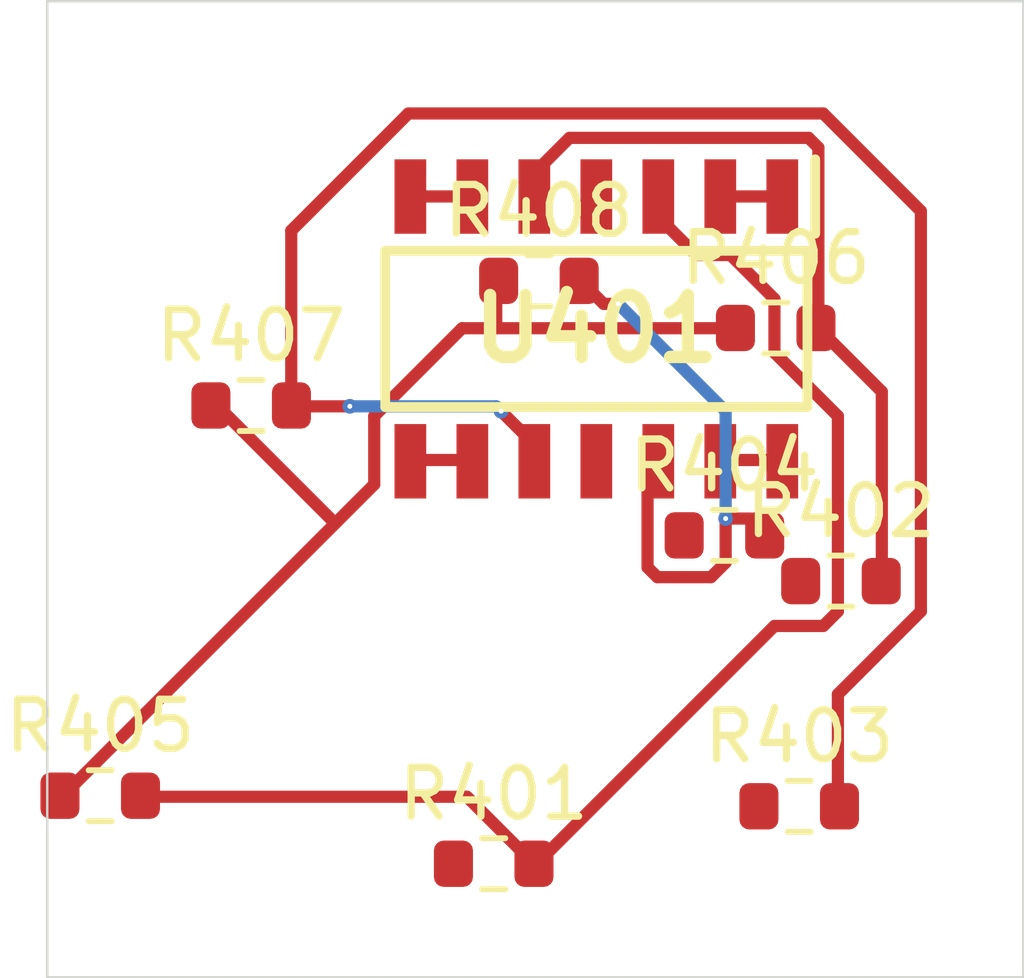
<source format=kicad_pcb>
 ( kicad_pcb  ( version 20171130 )
 ( host pcbnew 5.1.12-84ad8e8a86~92~ubuntu18.04.1 )
 ( general  ( thickness 1.6 )
 ( drawings 4 )
 ( tracks 0 )
 ( zones 0 )
 ( modules 9 )
 ( nets 14 )
)
 ( page A4 )
 ( layers  ( 0 F.Cu signal )
 ( 31 B.Cu signal )
 ( 32 B.Adhes user )
 ( 33 F.Adhes user )
 ( 34 B.Paste user )
 ( 35 F.Paste user )
 ( 36 B.SilkS user )
 ( 37 F.SilkS user )
 ( 38 B.Mask user )
 ( 39 F.Mask user )
 ( 40 Dwgs.User user )
 ( 41 Cmts.User user )
 ( 42 Eco1.User user )
 ( 43 Eco2.User user )
 ( 44 Edge.Cuts user )
 ( 45 Margin user )
 ( 46 B.CrtYd user )
 ( 47 F.CrtYd user )
 ( 48 B.Fab user )
 ( 49 F.Fab user )
)
 ( setup  ( last_trace_width 0.25 )
 ( trace_clearance 0.2 )
 ( zone_clearance 0.508 )
 ( zone_45_only no )
 ( trace_min 0.2 )
 ( via_size 0.8 )
 ( via_drill 0.4 )
 ( via_min_size 0.4 )
 ( via_min_drill 0.3 )
 ( uvia_size 0.3 )
 ( uvia_drill 0.1 )
 ( uvias_allowed no )
 ( uvia_min_size 0.2 )
 ( uvia_min_drill 0.1 )
 ( edge_width 0.05 )
 ( segment_width 0.2 )
 ( pcb_text_width 0.3 )
 ( pcb_text_size 1.5 1.5 )
 ( mod_edge_width 0.12 )
 ( mod_text_size 1 1 )
 ( mod_text_width 0.15 )
 ( pad_size 1.524 1.524 )
 ( pad_drill 0.762 )
 ( pad_to_mask_clearance 0 )
 ( aux_axis_origin 0 0 )
 ( visible_elements FFFFFF7F )
 ( pcbplotparams  ( layerselection 0x010fc_ffffffff )
 ( usegerberextensions false )
 ( usegerberattributes true )
 ( usegerberadvancedattributes true )
 ( creategerberjobfile true )
 ( excludeedgelayer true )
 ( linewidth 0.100000 )
 ( plotframeref false )
 ( viasonmask false )
 ( mode 1 )
 ( useauxorigin false )
 ( hpglpennumber 1 )
 ( hpglpenspeed 20 )
 ( hpglpendiameter 15.000000 )
 ( psnegative false )
 ( psa4output false )
 ( plotreference true )
 ( plotvalue true )
 ( plotinvisibletext false )
 ( padsonsilk false )
 ( subtractmaskfromsilk false )
 ( outputformat 1 )
 ( mirror false )
 ( drillshape 1 )
 ( scaleselection 1 )
 ( outputdirectory "" )
)
)
 ( net 0 "" )
 ( net 1 /Sheet6235D886/vp )
 ( net 2 /Sheet6248AD22/chn0 )
 ( net 3 /Sheet6248AD22/chn1 )
 ( net 4 /Sheet6248AD22/chn2 )
 ( net 5 /Sheet6248AD22/chn3 )
 ( net 6 "Net-(R401-Pad2)" )
 ( net 7 "Net-(R402-Pad2)" )
 ( net 8 "Net-(R403-Pad2)" )
 ( net 9 "Net-(R404-Pad2)" )
 ( net 10 /Sheet6248AD22/chn0_n )
 ( net 11 /Sheet6248AD22/chn1_n )
 ( net 12 /Sheet6248AD22/chn2_n )
 ( net 13 /Sheet6248AD22/chn3_n )
 ( net_class Default "This is the default net class."  ( clearance 0.2 )
 ( trace_width 0.25 )
 ( via_dia 0.8 )
 ( via_drill 0.4 )
 ( uvia_dia 0.3 )
 ( uvia_drill 0.1 )
 ( add_net /Sheet6235D886/vp )
 ( add_net /Sheet6248AD22/chn0 )
 ( add_net /Sheet6248AD22/chn0_n )
 ( add_net /Sheet6248AD22/chn1 )
 ( add_net /Sheet6248AD22/chn1_n )
 ( add_net /Sheet6248AD22/chn2 )
 ( add_net /Sheet6248AD22/chn2_n )
 ( add_net /Sheet6248AD22/chn3 )
 ( add_net /Sheet6248AD22/chn3_n )
 ( add_net "Net-(R401-Pad2)" )
 ( add_net "Net-(R402-Pad2)" )
 ( add_net "Net-(R403-Pad2)" )
 ( add_net "Net-(R404-Pad2)" )
)
 ( module Resistor_SMD:R_0603_1608Metric  ( layer F.Cu )
 ( tedit 5F68FEEE )
 ( tstamp 623425C8 )
 ( at 89.148000 117.672000 )
 ( descr "Resistor SMD 0603 (1608 Metric), square (rectangular) end terminal, IPC_7351 nominal, (Body size source: IPC-SM-782 page 72, https://www.pcb-3d.com/wordpress/wp-content/uploads/ipc-sm-782a_amendment_1_and_2.pdf), generated with kicad-footprint-generator" )
 ( tags resistor )
 ( path /6248AD23/6249ADFD )
 ( attr smd )
 ( fp_text reference R401  ( at 0 -1.43 )
 ( layer F.SilkS )
 ( effects  ( font  ( size 1 1 )
 ( thickness 0.15 )
)
)
)
 ( fp_text value 10M  ( at 0 1.43 )
 ( layer F.Fab )
 ( effects  ( font  ( size 1 1 )
 ( thickness 0.15 )
)
)
)
 ( fp_line  ( start -0.8 0.4125 )
 ( end -0.8 -0.4125 )
 ( layer F.Fab )
 ( width 0.1 )
)
 ( fp_line  ( start -0.8 -0.4125 )
 ( end 0.8 -0.4125 )
 ( layer F.Fab )
 ( width 0.1 )
)
 ( fp_line  ( start 0.8 -0.4125 )
 ( end 0.8 0.4125 )
 ( layer F.Fab )
 ( width 0.1 )
)
 ( fp_line  ( start 0.8 0.4125 )
 ( end -0.8 0.4125 )
 ( layer F.Fab )
 ( width 0.1 )
)
 ( fp_line  ( start -0.237258 -0.5225 )
 ( end 0.237258 -0.5225 )
 ( layer F.SilkS )
 ( width 0.12 )
)
 ( fp_line  ( start -0.237258 0.5225 )
 ( end 0.237258 0.5225 )
 ( layer F.SilkS )
 ( width 0.12 )
)
 ( fp_line  ( start -1.48 0.73 )
 ( end -1.48 -0.73 )
 ( layer F.CrtYd )
 ( width 0.05 )
)
 ( fp_line  ( start -1.48 -0.73 )
 ( end 1.48 -0.73 )
 ( layer F.CrtYd )
 ( width 0.05 )
)
 ( fp_line  ( start 1.48 -0.73 )
 ( end 1.48 0.73 )
 ( layer F.CrtYd )
 ( width 0.05 )
)
 ( fp_line  ( start 1.48 0.73 )
 ( end -1.48 0.73 )
 ( layer F.CrtYd )
 ( width 0.05 )
)
 ( fp_text user %R  ( at 0 0 )
 ( layer F.Fab )
 ( effects  ( font  ( size 0.4 0.4 )
 ( thickness 0.06 )
)
)
)
 ( pad 2 smd roundrect  ( at 0.825 0 )
 ( size 0.8 0.95 )
 ( layers F.Cu F.Mask F.Paste )
 ( roundrect_rratio 0.25 )
 ( net 6 "Net-(R401-Pad2)" )
)
 ( pad 1 smd roundrect  ( at -0.825 0 )
 ( size 0.8 0.95 )
 ( layers F.Cu F.Mask F.Paste )
 ( roundrect_rratio 0.25 )
 ( net 10 /Sheet6248AD22/chn0_n )
)
 ( model ${KISYS3DMOD}/Resistor_SMD.3dshapes/R_0603_1608Metric.wrl  ( at  ( xyz 0 0 0 )
)
 ( scale  ( xyz 1 1 1 )
)
 ( rotate  ( xyz 0 0 0 )
)
)
)
 ( module Resistor_SMD:R_0603_1608Metric  ( layer F.Cu )
 ( tedit 5F68FEEE )
 ( tstamp 623425D9 )
 ( at 96.262600 111.881000 )
 ( descr "Resistor SMD 0603 (1608 Metric), square (rectangular) end terminal, IPC_7351 nominal, (Body size source: IPC-SM-782 page 72, https://www.pcb-3d.com/wordpress/wp-content/uploads/ipc-sm-782a_amendment_1_and_2.pdf), generated with kicad-footprint-generator" )
 ( tags resistor )
 ( path /6248AD23/6249B75E )
 ( attr smd )
 ( fp_text reference R402  ( at 0 -1.43 )
 ( layer F.SilkS )
 ( effects  ( font  ( size 1 1 )
 ( thickness 0.15 )
)
)
)
 ( fp_text value 10M  ( at 0 1.43 )
 ( layer F.Fab )
 ( effects  ( font  ( size 1 1 )
 ( thickness 0.15 )
)
)
)
 ( fp_line  ( start 1.48 0.73 )
 ( end -1.48 0.73 )
 ( layer F.CrtYd )
 ( width 0.05 )
)
 ( fp_line  ( start 1.48 -0.73 )
 ( end 1.48 0.73 )
 ( layer F.CrtYd )
 ( width 0.05 )
)
 ( fp_line  ( start -1.48 -0.73 )
 ( end 1.48 -0.73 )
 ( layer F.CrtYd )
 ( width 0.05 )
)
 ( fp_line  ( start -1.48 0.73 )
 ( end -1.48 -0.73 )
 ( layer F.CrtYd )
 ( width 0.05 )
)
 ( fp_line  ( start -0.237258 0.5225 )
 ( end 0.237258 0.5225 )
 ( layer F.SilkS )
 ( width 0.12 )
)
 ( fp_line  ( start -0.237258 -0.5225 )
 ( end 0.237258 -0.5225 )
 ( layer F.SilkS )
 ( width 0.12 )
)
 ( fp_line  ( start 0.8 0.4125 )
 ( end -0.8 0.4125 )
 ( layer F.Fab )
 ( width 0.1 )
)
 ( fp_line  ( start 0.8 -0.4125 )
 ( end 0.8 0.4125 )
 ( layer F.Fab )
 ( width 0.1 )
)
 ( fp_line  ( start -0.8 -0.4125 )
 ( end 0.8 -0.4125 )
 ( layer F.Fab )
 ( width 0.1 )
)
 ( fp_line  ( start -0.8 0.4125 )
 ( end -0.8 -0.4125 )
 ( layer F.Fab )
 ( width 0.1 )
)
 ( fp_text user %R  ( at 0 0 )
 ( layer F.Fab )
 ( effects  ( font  ( size 0.4 0.4 )
 ( thickness 0.06 )
)
)
)
 ( pad 1 smd roundrect  ( at -0.825 0 )
 ( size 0.8 0.95 )
 ( layers F.Cu F.Mask F.Paste )
 ( roundrect_rratio 0.25 )
 ( net 11 /Sheet6248AD22/chn1_n )
)
 ( pad 2 smd roundrect  ( at 0.825 0 )
 ( size 0.8 0.95 )
 ( layers F.Cu F.Mask F.Paste )
 ( roundrect_rratio 0.25 )
 ( net 7 "Net-(R402-Pad2)" )
)
 ( model ${KISYS3DMOD}/Resistor_SMD.3dshapes/R_0603_1608Metric.wrl  ( at  ( xyz 0 0 0 )
)
 ( scale  ( xyz 1 1 1 )
)
 ( rotate  ( xyz 0 0 0 )
)
)
)
 ( module Resistor_SMD:R_0603_1608Metric  ( layer F.Cu )
 ( tedit 5F68FEEE )
 ( tstamp 623425EA )
 ( at 95.407200 116.495000 )
 ( descr "Resistor SMD 0603 (1608 Metric), square (rectangular) end terminal, IPC_7351 nominal, (Body size source: IPC-SM-782 page 72, https://www.pcb-3d.com/wordpress/wp-content/uploads/ipc-sm-782a_amendment_1_and_2.pdf), generated with kicad-footprint-generator" )
 ( tags resistor )
 ( path /6248AD23/6249FB7A )
 ( attr smd )
 ( fp_text reference R403  ( at 0 -1.43 )
 ( layer F.SilkS )
 ( effects  ( font  ( size 1 1 )
 ( thickness 0.15 )
)
)
)
 ( fp_text value 10M  ( at 0 1.43 )
 ( layer F.Fab )
 ( effects  ( font  ( size 1 1 )
 ( thickness 0.15 )
)
)
)
 ( fp_line  ( start 1.48 0.73 )
 ( end -1.48 0.73 )
 ( layer F.CrtYd )
 ( width 0.05 )
)
 ( fp_line  ( start 1.48 -0.73 )
 ( end 1.48 0.73 )
 ( layer F.CrtYd )
 ( width 0.05 )
)
 ( fp_line  ( start -1.48 -0.73 )
 ( end 1.48 -0.73 )
 ( layer F.CrtYd )
 ( width 0.05 )
)
 ( fp_line  ( start -1.48 0.73 )
 ( end -1.48 -0.73 )
 ( layer F.CrtYd )
 ( width 0.05 )
)
 ( fp_line  ( start -0.237258 0.5225 )
 ( end 0.237258 0.5225 )
 ( layer F.SilkS )
 ( width 0.12 )
)
 ( fp_line  ( start -0.237258 -0.5225 )
 ( end 0.237258 -0.5225 )
 ( layer F.SilkS )
 ( width 0.12 )
)
 ( fp_line  ( start 0.8 0.4125 )
 ( end -0.8 0.4125 )
 ( layer F.Fab )
 ( width 0.1 )
)
 ( fp_line  ( start 0.8 -0.4125 )
 ( end 0.8 0.4125 )
 ( layer F.Fab )
 ( width 0.1 )
)
 ( fp_line  ( start -0.8 -0.4125 )
 ( end 0.8 -0.4125 )
 ( layer F.Fab )
 ( width 0.1 )
)
 ( fp_line  ( start -0.8 0.4125 )
 ( end -0.8 -0.4125 )
 ( layer F.Fab )
 ( width 0.1 )
)
 ( fp_text user %R  ( at 0 0 )
 ( layer F.Fab )
 ( effects  ( font  ( size 0.4 0.4 )
 ( thickness 0.06 )
)
)
)
 ( pad 1 smd roundrect  ( at -0.825 0 )
 ( size 0.8 0.95 )
 ( layers F.Cu F.Mask F.Paste )
 ( roundrect_rratio 0.25 )
 ( net 12 /Sheet6248AD22/chn2_n )
)
 ( pad 2 smd roundrect  ( at 0.825 0 )
 ( size 0.8 0.95 )
 ( layers F.Cu F.Mask F.Paste )
 ( roundrect_rratio 0.25 )
 ( net 8 "Net-(R403-Pad2)" )
)
 ( model ${KISYS3DMOD}/Resistor_SMD.3dshapes/R_0603_1608Metric.wrl  ( at  ( xyz 0 0 0 )
)
 ( scale  ( xyz 1 1 1 )
)
 ( rotate  ( xyz 0 0 0 )
)
)
)
 ( module Resistor_SMD:R_0603_1608Metric  ( layer F.Cu )
 ( tedit 5F68FEEE )
 ( tstamp 623425FB )
 ( at 93.875200 110.944000 )
 ( descr "Resistor SMD 0603 (1608 Metric), square (rectangular) end terminal, IPC_7351 nominal, (Body size source: IPC-SM-782 page 72, https://www.pcb-3d.com/wordpress/wp-content/uploads/ipc-sm-782a_amendment_1_and_2.pdf), generated with kicad-footprint-generator" )
 ( tags resistor )
 ( path /6248AD23/6249FB74 )
 ( attr smd )
 ( fp_text reference R404  ( at 0 -1.43 )
 ( layer F.SilkS )
 ( effects  ( font  ( size 1 1 )
 ( thickness 0.15 )
)
)
)
 ( fp_text value 10M  ( at 0 1.43 )
 ( layer F.Fab )
 ( effects  ( font  ( size 1 1 )
 ( thickness 0.15 )
)
)
)
 ( fp_line  ( start -0.8 0.4125 )
 ( end -0.8 -0.4125 )
 ( layer F.Fab )
 ( width 0.1 )
)
 ( fp_line  ( start -0.8 -0.4125 )
 ( end 0.8 -0.4125 )
 ( layer F.Fab )
 ( width 0.1 )
)
 ( fp_line  ( start 0.8 -0.4125 )
 ( end 0.8 0.4125 )
 ( layer F.Fab )
 ( width 0.1 )
)
 ( fp_line  ( start 0.8 0.4125 )
 ( end -0.8 0.4125 )
 ( layer F.Fab )
 ( width 0.1 )
)
 ( fp_line  ( start -0.237258 -0.5225 )
 ( end 0.237258 -0.5225 )
 ( layer F.SilkS )
 ( width 0.12 )
)
 ( fp_line  ( start -0.237258 0.5225 )
 ( end 0.237258 0.5225 )
 ( layer F.SilkS )
 ( width 0.12 )
)
 ( fp_line  ( start -1.48 0.73 )
 ( end -1.48 -0.73 )
 ( layer F.CrtYd )
 ( width 0.05 )
)
 ( fp_line  ( start -1.48 -0.73 )
 ( end 1.48 -0.73 )
 ( layer F.CrtYd )
 ( width 0.05 )
)
 ( fp_line  ( start 1.48 -0.73 )
 ( end 1.48 0.73 )
 ( layer F.CrtYd )
 ( width 0.05 )
)
 ( fp_line  ( start 1.48 0.73 )
 ( end -1.48 0.73 )
 ( layer F.CrtYd )
 ( width 0.05 )
)
 ( fp_text user %R  ( at 0 0 )
 ( layer F.Fab )
 ( effects  ( font  ( size 0.4 0.4 )
 ( thickness 0.06 )
)
)
)
 ( pad 2 smd roundrect  ( at 0.825 0 )
 ( size 0.8 0.95 )
 ( layers F.Cu F.Mask F.Paste )
 ( roundrect_rratio 0.25 )
 ( net 9 "Net-(R404-Pad2)" )
)
 ( pad 1 smd roundrect  ( at -0.825 0 )
 ( size 0.8 0.95 )
 ( layers F.Cu F.Mask F.Paste )
 ( roundrect_rratio 0.25 )
 ( net 13 /Sheet6248AD22/chn3_n )
)
 ( model ${KISYS3DMOD}/Resistor_SMD.3dshapes/R_0603_1608Metric.wrl  ( at  ( xyz 0 0 0 )
)
 ( scale  ( xyz 1 1 1 )
)
 ( rotate  ( xyz 0 0 0 )
)
)
)
 ( module Resistor_SMD:R_0603_1608Metric  ( layer F.Cu )
 ( tedit 5F68FEEE )
 ( tstamp 6234260C )
 ( at 81.086100 116.278000 )
 ( descr "Resistor SMD 0603 (1608 Metric), square (rectangular) end terminal, IPC_7351 nominal, (Body size source: IPC-SM-782 page 72, https://www.pcb-3d.com/wordpress/wp-content/uploads/ipc-sm-782a_amendment_1_and_2.pdf), generated with kicad-footprint-generator" )
 ( tags resistor )
 ( path /6248AD23/62497F62 )
 ( attr smd )
 ( fp_text reference R405  ( at 0 -1.43 )
 ( layer F.SilkS )
 ( effects  ( font  ( size 1 1 )
 ( thickness 0.15 )
)
)
)
 ( fp_text value 750k  ( at 0 1.43 )
 ( layer F.Fab )
 ( effects  ( font  ( size 1 1 )
 ( thickness 0.15 )
)
)
)
 ( fp_line  ( start -0.8 0.4125 )
 ( end -0.8 -0.4125 )
 ( layer F.Fab )
 ( width 0.1 )
)
 ( fp_line  ( start -0.8 -0.4125 )
 ( end 0.8 -0.4125 )
 ( layer F.Fab )
 ( width 0.1 )
)
 ( fp_line  ( start 0.8 -0.4125 )
 ( end 0.8 0.4125 )
 ( layer F.Fab )
 ( width 0.1 )
)
 ( fp_line  ( start 0.8 0.4125 )
 ( end -0.8 0.4125 )
 ( layer F.Fab )
 ( width 0.1 )
)
 ( fp_line  ( start -0.237258 -0.5225 )
 ( end 0.237258 -0.5225 )
 ( layer F.SilkS )
 ( width 0.12 )
)
 ( fp_line  ( start -0.237258 0.5225 )
 ( end 0.237258 0.5225 )
 ( layer F.SilkS )
 ( width 0.12 )
)
 ( fp_line  ( start -1.48 0.73 )
 ( end -1.48 -0.73 )
 ( layer F.CrtYd )
 ( width 0.05 )
)
 ( fp_line  ( start -1.48 -0.73 )
 ( end 1.48 -0.73 )
 ( layer F.CrtYd )
 ( width 0.05 )
)
 ( fp_line  ( start 1.48 -0.73 )
 ( end 1.48 0.73 )
 ( layer F.CrtYd )
 ( width 0.05 )
)
 ( fp_line  ( start 1.48 0.73 )
 ( end -1.48 0.73 )
 ( layer F.CrtYd )
 ( width 0.05 )
)
 ( fp_text user %R  ( at 0 0 )
 ( layer F.Fab )
 ( effects  ( font  ( size 0.4 0.4 )
 ( thickness 0.06 )
)
)
)
 ( pad 2 smd roundrect  ( at 0.825 0 )
 ( size 0.8 0.95 )
 ( layers F.Cu F.Mask F.Paste )
 ( roundrect_rratio 0.25 )
 ( net 6 "Net-(R401-Pad2)" )
)
 ( pad 1 smd roundrect  ( at -0.825 0 )
 ( size 0.8 0.95 )
 ( layers F.Cu F.Mask F.Paste )
 ( roundrect_rratio 0.25 )
 ( net 1 /Sheet6235D886/vp )
)
 ( model ${KISYS3DMOD}/Resistor_SMD.3dshapes/R_0603_1608Metric.wrl  ( at  ( xyz 0 0 0 )
)
 ( scale  ( xyz 1 1 1 )
)
 ( rotate  ( xyz 0 0 0 )
)
)
)
 ( module Resistor_SMD:R_0603_1608Metric  ( layer F.Cu )
 ( tedit 5F68FEEE )
 ( tstamp 6234261D )
 ( at 94.925500 106.695000 )
 ( descr "Resistor SMD 0603 (1608 Metric), square (rectangular) end terminal, IPC_7351 nominal, (Body size source: IPC-SM-782 page 72, https://www.pcb-3d.com/wordpress/wp-content/uploads/ipc-sm-782a_amendment_1_and_2.pdf), generated with kicad-footprint-generator" )
 ( tags resistor )
 ( path /6248AD23/62499098 )
 ( attr smd )
 ( fp_text reference R406  ( at 0 -1.43 )
 ( layer F.SilkS )
 ( effects  ( font  ( size 1 1 )
 ( thickness 0.15 )
)
)
)
 ( fp_text value 750k  ( at 0 1.43 )
 ( layer F.Fab )
 ( effects  ( font  ( size 1 1 )
 ( thickness 0.15 )
)
)
)
 ( fp_line  ( start 1.48 0.73 )
 ( end -1.48 0.73 )
 ( layer F.CrtYd )
 ( width 0.05 )
)
 ( fp_line  ( start 1.48 -0.73 )
 ( end 1.48 0.73 )
 ( layer F.CrtYd )
 ( width 0.05 )
)
 ( fp_line  ( start -1.48 -0.73 )
 ( end 1.48 -0.73 )
 ( layer F.CrtYd )
 ( width 0.05 )
)
 ( fp_line  ( start -1.48 0.73 )
 ( end -1.48 -0.73 )
 ( layer F.CrtYd )
 ( width 0.05 )
)
 ( fp_line  ( start -0.237258 0.5225 )
 ( end 0.237258 0.5225 )
 ( layer F.SilkS )
 ( width 0.12 )
)
 ( fp_line  ( start -0.237258 -0.5225 )
 ( end 0.237258 -0.5225 )
 ( layer F.SilkS )
 ( width 0.12 )
)
 ( fp_line  ( start 0.8 0.4125 )
 ( end -0.8 0.4125 )
 ( layer F.Fab )
 ( width 0.1 )
)
 ( fp_line  ( start 0.8 -0.4125 )
 ( end 0.8 0.4125 )
 ( layer F.Fab )
 ( width 0.1 )
)
 ( fp_line  ( start -0.8 -0.4125 )
 ( end 0.8 -0.4125 )
 ( layer F.Fab )
 ( width 0.1 )
)
 ( fp_line  ( start -0.8 0.4125 )
 ( end -0.8 -0.4125 )
 ( layer F.Fab )
 ( width 0.1 )
)
 ( fp_text user %R  ( at 0 0 )
 ( layer F.Fab )
 ( effects  ( font  ( size 0.4 0.4 )
 ( thickness 0.06 )
)
)
)
 ( pad 1 smd roundrect  ( at -0.825 0 )
 ( size 0.8 0.95 )
 ( layers F.Cu F.Mask F.Paste )
 ( roundrect_rratio 0.25 )
 ( net 1 /Sheet6235D886/vp )
)
 ( pad 2 smd roundrect  ( at 0.825 0 )
 ( size 0.8 0.95 )
 ( layers F.Cu F.Mask F.Paste )
 ( roundrect_rratio 0.25 )
 ( net 7 "Net-(R402-Pad2)" )
)
 ( model ${KISYS3DMOD}/Resistor_SMD.3dshapes/R_0603_1608Metric.wrl  ( at  ( xyz 0 0 0 )
)
 ( scale  ( xyz 1 1 1 )
)
 ( rotate  ( xyz 0 0 0 )
)
)
)
 ( module Resistor_SMD:R_0603_1608Metric  ( layer F.Cu )
 ( tedit 5F68FEEE )
 ( tstamp 6234262E )
 ( at 84.178600 108.283000 )
 ( descr "Resistor SMD 0603 (1608 Metric), square (rectangular) end terminal, IPC_7351 nominal, (Body size source: IPC-SM-782 page 72, https://www.pcb-3d.com/wordpress/wp-content/uploads/ipc-sm-782a_amendment_1_and_2.pdf), generated with kicad-footprint-generator" )
 ( tags resistor )
 ( path /6248AD23/624A0FFB )
 ( attr smd )
 ( fp_text reference R407  ( at 0 -1.43 )
 ( layer F.SilkS )
 ( effects  ( font  ( size 1 1 )
 ( thickness 0.15 )
)
)
)
 ( fp_text value 1.5M  ( at 0 1.43 )
 ( layer F.Fab )
 ( effects  ( font  ( size 1 1 )
 ( thickness 0.15 )
)
)
)
 ( fp_line  ( start 1.48 0.73 )
 ( end -1.48 0.73 )
 ( layer F.CrtYd )
 ( width 0.05 )
)
 ( fp_line  ( start 1.48 -0.73 )
 ( end 1.48 0.73 )
 ( layer F.CrtYd )
 ( width 0.05 )
)
 ( fp_line  ( start -1.48 -0.73 )
 ( end 1.48 -0.73 )
 ( layer F.CrtYd )
 ( width 0.05 )
)
 ( fp_line  ( start -1.48 0.73 )
 ( end -1.48 -0.73 )
 ( layer F.CrtYd )
 ( width 0.05 )
)
 ( fp_line  ( start -0.237258 0.5225 )
 ( end 0.237258 0.5225 )
 ( layer F.SilkS )
 ( width 0.12 )
)
 ( fp_line  ( start -0.237258 -0.5225 )
 ( end 0.237258 -0.5225 )
 ( layer F.SilkS )
 ( width 0.12 )
)
 ( fp_line  ( start 0.8 0.4125 )
 ( end -0.8 0.4125 )
 ( layer F.Fab )
 ( width 0.1 )
)
 ( fp_line  ( start 0.8 -0.4125 )
 ( end 0.8 0.4125 )
 ( layer F.Fab )
 ( width 0.1 )
)
 ( fp_line  ( start -0.8 -0.4125 )
 ( end 0.8 -0.4125 )
 ( layer F.Fab )
 ( width 0.1 )
)
 ( fp_line  ( start -0.8 0.4125 )
 ( end -0.8 -0.4125 )
 ( layer F.Fab )
 ( width 0.1 )
)
 ( fp_text user %R  ( at 0 0 )
 ( layer F.Fab )
 ( effects  ( font  ( size 0.4 0.4 )
 ( thickness 0.06 )
)
)
)
 ( pad 1 smd roundrect  ( at -0.825 0 )
 ( size 0.8 0.95 )
 ( layers F.Cu F.Mask F.Paste )
 ( roundrect_rratio 0.25 )
 ( net 1 /Sheet6235D886/vp )
)
 ( pad 2 smd roundrect  ( at 0.825 0 )
 ( size 0.8 0.95 )
 ( layers F.Cu F.Mask F.Paste )
 ( roundrect_rratio 0.25 )
 ( net 8 "Net-(R403-Pad2)" )
)
 ( model ${KISYS3DMOD}/Resistor_SMD.3dshapes/R_0603_1608Metric.wrl  ( at  ( xyz 0 0 0 )
)
 ( scale  ( xyz 1 1 1 )
)
 ( rotate  ( xyz 0 0 0 )
)
)
)
 ( module Resistor_SMD:R_0603_1608Metric  ( layer F.Cu )
 ( tedit 5F68FEEE )
 ( tstamp 6234263F )
 ( at 90.074100 105.729000 )
 ( descr "Resistor SMD 0603 (1608 Metric), square (rectangular) end terminal, IPC_7351 nominal, (Body size source: IPC-SM-782 page 72, https://www.pcb-3d.com/wordpress/wp-content/uploads/ipc-sm-782a_amendment_1_and_2.pdf), generated with kicad-footprint-generator" )
 ( tags resistor )
 ( path /6248AD23/624A093C )
 ( attr smd )
 ( fp_text reference R408  ( at 0 -1.43 )
 ( layer F.SilkS )
 ( effects  ( font  ( size 1 1 )
 ( thickness 0.15 )
)
)
)
 ( fp_text value 1.5M  ( at 0 1.43 )
 ( layer F.Fab )
 ( effects  ( font  ( size 1 1 )
 ( thickness 0.15 )
)
)
)
 ( fp_line  ( start -0.8 0.4125 )
 ( end -0.8 -0.4125 )
 ( layer F.Fab )
 ( width 0.1 )
)
 ( fp_line  ( start -0.8 -0.4125 )
 ( end 0.8 -0.4125 )
 ( layer F.Fab )
 ( width 0.1 )
)
 ( fp_line  ( start 0.8 -0.4125 )
 ( end 0.8 0.4125 )
 ( layer F.Fab )
 ( width 0.1 )
)
 ( fp_line  ( start 0.8 0.4125 )
 ( end -0.8 0.4125 )
 ( layer F.Fab )
 ( width 0.1 )
)
 ( fp_line  ( start -0.237258 -0.5225 )
 ( end 0.237258 -0.5225 )
 ( layer F.SilkS )
 ( width 0.12 )
)
 ( fp_line  ( start -0.237258 0.5225 )
 ( end 0.237258 0.5225 )
 ( layer F.SilkS )
 ( width 0.12 )
)
 ( fp_line  ( start -1.48 0.73 )
 ( end -1.48 -0.73 )
 ( layer F.CrtYd )
 ( width 0.05 )
)
 ( fp_line  ( start -1.48 -0.73 )
 ( end 1.48 -0.73 )
 ( layer F.CrtYd )
 ( width 0.05 )
)
 ( fp_line  ( start 1.48 -0.73 )
 ( end 1.48 0.73 )
 ( layer F.CrtYd )
 ( width 0.05 )
)
 ( fp_line  ( start 1.48 0.73 )
 ( end -1.48 0.73 )
 ( layer F.CrtYd )
 ( width 0.05 )
)
 ( fp_text user %R  ( at 0 0 )
 ( layer F.Fab )
 ( effects  ( font  ( size 0.4 0.4 )
 ( thickness 0.06 )
)
)
)
 ( pad 2 smd roundrect  ( at 0.825 0 )
 ( size 0.8 0.95 )
 ( layers F.Cu F.Mask F.Paste )
 ( roundrect_rratio 0.25 )
 ( net 9 "Net-(R404-Pad2)" )
)
 ( pad 1 smd roundrect  ( at -0.825 0 )
 ( size 0.8 0.95 )
 ( layers F.Cu F.Mask F.Paste )
 ( roundrect_rratio 0.25 )
 ( net 1 /Sheet6235D886/vp )
)
 ( model ${KISYS3DMOD}/Resistor_SMD.3dshapes/R_0603_1608Metric.wrl  ( at  ( xyz 0 0 0 )
)
 ( scale  ( xyz 1 1 1 )
)
 ( rotate  ( xyz 0 0 0 )
)
)
)
 ( module TL074HIDR:SOIC127P600X175-14N locked  ( layer F.Cu )
 ( tedit 62336F37 )
 ( tstamp 62342709 )
 ( at 91.250400 106.714000 270.000000 )
 ( descr "D (-R-PDSO-G14)" )
 ( tags "Integrated Circuit" )
 ( path /6248AD23/624976B2 )
 ( attr smd )
 ( fp_text reference U401  ( at 0 0 )
 ( layer F.SilkS )
 ( effects  ( font  ( size 1.27 1.27 )
 ( thickness 0.254 )
)
)
)
 ( fp_text value TL074  ( at 0 0 )
 ( layer F.SilkS )
hide  ( effects  ( font  ( size 1.27 1.27 )
 ( thickness 0.254 )
)
)
)
 ( fp_line  ( start -3.725 -4.625 )
 ( end 3.725 -4.625 )
 ( layer Dwgs.User )
 ( width 0.05 )
)
 ( fp_line  ( start 3.725 -4.625 )
 ( end 3.725 4.625 )
 ( layer Dwgs.User )
 ( width 0.05 )
)
 ( fp_line  ( start 3.725 4.625 )
 ( end -3.725 4.625 )
 ( layer Dwgs.User )
 ( width 0.05 )
)
 ( fp_line  ( start -3.725 4.625 )
 ( end -3.725 -4.625 )
 ( layer Dwgs.User )
 ( width 0.05 )
)
 ( fp_line  ( start -1.95 -4.325 )
 ( end 1.95 -4.325 )
 ( layer Dwgs.User )
 ( width 0.1 )
)
 ( fp_line  ( start 1.95 -4.325 )
 ( end 1.95 4.325 )
 ( layer Dwgs.User )
 ( width 0.1 )
)
 ( fp_line  ( start 1.95 4.325 )
 ( end -1.95 4.325 )
 ( layer Dwgs.User )
 ( width 0.1 )
)
 ( fp_line  ( start -1.95 4.325 )
 ( end -1.95 -4.325 )
 ( layer Dwgs.User )
 ( width 0.1 )
)
 ( fp_line  ( start -1.95 -3.055 )
 ( end -0.68 -4.325 )
 ( layer Dwgs.User )
 ( width 0.1 )
)
 ( fp_line  ( start -1.6 -4.325 )
 ( end 1.6 -4.325 )
 ( layer F.SilkS )
 ( width 0.2 )
)
 ( fp_line  ( start 1.6 -4.325 )
 ( end 1.6 4.325 )
 ( layer F.SilkS )
 ( width 0.2 )
)
 ( fp_line  ( start 1.6 4.325 )
 ( end -1.6 4.325 )
 ( layer F.SilkS )
 ( width 0.2 )
)
 ( fp_line  ( start -1.6 4.325 )
 ( end -1.6 -4.325 )
 ( layer F.SilkS )
 ( width 0.2 )
)
 ( fp_line  ( start -3.475 -4.485 )
 ( end -1.95 -4.485 )
 ( layer F.SilkS )
 ( width 0.2 )
)
 ( pad 1 smd rect  ( at -2.712 -3.81 )
 ( size 0.65 1.525 )
 ( layers F.Cu F.Mask F.Paste )
 ( net 2 /Sheet6248AD22/chn0 )
)
 ( pad 2 smd rect  ( at -2.712 -2.54 )
 ( size 0.65 1.525 )
 ( layers F.Cu F.Mask F.Paste )
 ( net 2 /Sheet6248AD22/chn0 )
)
 ( pad 3 smd rect  ( at -2.712 -1.27 )
 ( size 0.65 1.525 )
 ( layers F.Cu F.Mask F.Paste )
 ( net 6 "Net-(R401-Pad2)" )
)
 ( pad 4 smd rect  ( at -2.712 0 )
 ( size 0.65 1.525 )
 ( layers F.Cu F.Mask F.Paste )
)
 ( pad 5 smd rect  ( at -2.712 1.27 )
 ( size 0.65 1.525 )
 ( layers F.Cu F.Mask F.Paste )
 ( net 7 "Net-(R402-Pad2)" )
)
 ( pad 6 smd rect  ( at -2.712 2.54 )
 ( size 0.65 1.525 )
 ( layers F.Cu F.Mask F.Paste )
 ( net 3 /Sheet6248AD22/chn1 )
)
 ( pad 7 smd rect  ( at -2.712 3.81 )
 ( size 0.65 1.525 )
 ( layers F.Cu F.Mask F.Paste )
 ( net 3 /Sheet6248AD22/chn1 )
)
 ( pad 8 smd rect  ( at 2.712 3.81 )
 ( size 0.65 1.525 )
 ( layers F.Cu F.Mask F.Paste )
 ( net 4 /Sheet6248AD22/chn2 )
)
 ( pad 9 smd rect  ( at 2.712 2.54 )
 ( size 0.65 1.525 )
 ( layers F.Cu F.Mask F.Paste )
 ( net 4 /Sheet6248AD22/chn2 )
)
 ( pad 10 smd rect  ( at 2.712 1.27 )
 ( size 0.65 1.525 )
 ( layers F.Cu F.Mask F.Paste )
 ( net 8 "Net-(R403-Pad2)" )
)
 ( pad 11 smd rect  ( at 2.712 0 )
 ( size 0.65 1.525 )
 ( layers F.Cu F.Mask F.Paste )
)
 ( pad 12 smd rect  ( at 2.712 -1.27 )
 ( size 0.65 1.525 )
 ( layers F.Cu F.Mask F.Paste )
 ( net 9 "Net-(R404-Pad2)" )
)
 ( pad 13 smd rect  ( at 2.712 -2.54 )
 ( size 0.65 1.525 )
 ( layers F.Cu F.Mask F.Paste )
 ( net 5 /Sheet6248AD22/chn3 )
)
 ( pad 14 smd rect  ( at 2.712 -3.81 )
 ( size 0.65 1.525 )
 ( layers F.Cu F.Mask F.Paste )
 ( net 5 /Sheet6248AD22/chn3 )
)
)
 ( gr_line  ( start 100 100 )
 ( end 100 120 )
 ( layer Edge.Cuts )
 ( width 0.05 )
 ( tstamp 62E76D2A )
)
 ( gr_line  ( start 80 120 )
 ( end 100 120 )
 ( layer Edge.Cuts )
 ( width 0.05 )
 ( tstamp 62E76D27 )
)
 ( gr_line  ( start 80 100 )
 ( end 80 120 )
 ( layer Edge.Cuts )
 ( width 0.05 )
 ( tstamp 6234110C )
)
 ( gr_line  ( start 80 100 )
 ( end 100 100 )
 ( layer Edge.Cuts )
 ( width 0.05 )
)
 ( segment  ( start 94.100001 106.700002 )
 ( end 88.500001 106.700002 )
 ( width 0.250000 )
 ( layer F.Cu )
 ( net 1 )
)
 ( segment  ( start 88.500001 106.700002 )
 ( end 86.700001 108.500002 )
 ( width 0.250000 )
 ( layer F.Cu )
 ( net 1 )
)
 ( segment  ( start 86.700001 108.500002 )
 ( end 86.700001 109.900002 )
 ( width 0.250000 )
 ( layer F.Cu )
 ( net 1 )
)
 ( segment  ( start 86.700001 109.900002 )
 ( end 80.300001 116.300002 )
 ( width 0.250000 )
 ( layer F.Cu )
 ( net 1 )
)
 ( segment  ( start 83.400001 108.300002 )
 ( end 83.500001 108.300002 )
 ( width 0.250000 )
 ( layer F.Cu )
 ( net 1 )
)
 ( segment  ( start 83.500001 108.300002 )
 ( end 85.900001 110.700002 )
 ( width 0.250000 )
 ( layer F.Cu )
 ( net 1 )
)
 ( segment  ( start 89.200001 105.700002 )
 ( end 89.200001 106.700002 )
 ( width 0.250000 )
 ( layer F.Cu )
 ( net 1 )
)
 ( segment  ( start 93.800001 104.000002 )
 ( end 95.100001 104.000002 )
 ( width 0.250000 )
 ( layer F.Cu )
 ( net 2 )
)
 ( segment  ( start 87.400001 104.000002 )
 ( end 88.700001 104.000002 )
 ( width 0.250000 )
 ( layer F.Cu )
 ( net 3 )
)
 ( segment  ( start 88.700001 109.400002 )
 ( end 87.400001 109.400002 )
 ( width 0.250000 )
 ( layer F.Cu )
 ( net 4 )
)
 ( segment  ( start 95.100001 109.400002 )
 ( end 93.800001 109.400002 )
 ( width 0.250000 )
 ( layer F.Cu )
 ( net 5 )
)
 ( segment  ( start 81.900001 116.300002 )
 ( end 88.600001 116.300002 )
 ( width 0.250000 )
 ( layer F.Cu )
 ( net 6 )
)
 ( segment  ( start 88.600001 116.300002 )
 ( end 90.000001 117.700002 )
 ( width 0.250000 )
 ( layer F.Cu )
 ( net 6 )
)
 ( segment  ( start 92.500001 104.000002 )
 ( end 92.500001 104.400002 )
 ( width 0.250000 )
 ( layer F.Cu )
 ( net 6 )
)
 ( segment  ( start 92.500001 104.400002 )
 ( end 93.300001 105.200002 )
 ( width 0.250000 )
 ( layer F.Cu )
 ( net 6 )
)
 ( segment  ( start 93.300001 105.200002 )
 ( end 94.000001 105.200002 )
 ( width 0.250000 )
 ( layer F.Cu )
 ( net 6 )
)
 ( segment  ( start 94.000001 105.200002 )
 ( end 94.900001 106.100002 )
 ( width 0.250000 )
 ( layer F.Cu )
 ( net 6 )
)
 ( segment  ( start 94.900001 106.100002 )
 ( end 94.900001 107.200002 )
 ( width 0.250000 )
 ( layer F.Cu )
 ( net 6 )
)
 ( segment  ( start 94.900001 107.200002 )
 ( end 96.200001 108.500002 )
 ( width 0.250000 )
 ( layer F.Cu )
 ( net 6 )
)
 ( segment  ( start 96.200001 108.500002 )
 ( end 96.200001 112.500002 )
 ( width 0.250000 )
 ( layer F.Cu )
 ( net 6 )
)
 ( segment  ( start 96.200001 112.500002 )
 ( end 95.900001 112.800002 )
 ( width 0.250000 )
 ( layer F.Cu )
 ( net 6 )
)
 ( segment  ( start 95.900001 112.800002 )
 ( end 94.900001 112.800002 )
 ( width 0.250000 )
 ( layer F.Cu )
 ( net 6 )
)
 ( segment  ( start 94.900001 112.800002 )
 ( end 90.000001 117.700002 )
 ( width 0.250000 )
 ( layer F.Cu )
 ( net 6 )
)
 ( segment  ( start 95.800001 106.700002 )
 ( end 97.100001 108.000002 )
 ( width 0.250000 )
 ( layer F.Cu )
 ( net 7 )
)
 ( segment  ( start 97.100001 108.000002 )
 ( end 97.100001 111.900002 )
 ( width 0.250000 )
 ( layer F.Cu )
 ( net 7 )
)
 ( segment  ( start 90.000001 104.000002 )
 ( end 90.000001 103.500002 )
 ( width 0.250000 )
 ( layer F.Cu )
 ( net 7 )
)
 ( segment  ( start 90.000001 103.500002 )
 ( end 90.700001 102.800002 )
 ( width 0.250000 )
 ( layer F.Cu )
 ( net 7 )
)
 ( segment  ( start 90.700001 102.800002 )
 ( end 95.600001 102.800002 )
 ( width 0.250000 )
 ( layer F.Cu )
 ( net 7 )
)
 ( segment  ( start 95.600001 102.800002 )
 ( end 95.800001 103.000002 )
 ( width 0.250000 )
 ( layer F.Cu )
 ( net 7 )
)
 ( segment  ( start 95.800001 103.000002 )
 ( end 95.800001 106.700002 )
 ( width 0.250000 )
 ( layer F.Cu )
 ( net 7 )
)
 ( segment  ( start 85.000001 108.300002 )
 ( end 85.000001 104.700002 )
 ( width 0.250000 )
 ( layer F.Cu )
 ( net 8 )
)
 ( segment  ( start 85.000001 104.700002 )
 ( end 87.400001 102.300002 )
 ( width 0.250000 )
 ( layer F.Cu )
 ( net 8 )
)
 ( segment  ( start 87.400001 102.300002 )
 ( end 95.900001 102.300002 )
 ( width 0.250000 )
 ( layer F.Cu )
 ( net 8 )
)
 ( segment  ( start 95.900001 102.300002 )
 ( end 97.900001 104.300002 )
 ( width 0.250000 )
 ( layer F.Cu )
 ( net 8 )
)
 ( segment  ( start 97.900001 104.300002 )
 ( end 97.900001 112.500002 )
 ( width 0.250000 )
 ( layer F.Cu )
 ( net 8 )
)
 ( segment  ( start 97.900001 112.500002 )
 ( end 96.200001 114.200002 )
 ( width 0.250000 )
 ( layer F.Cu )
 ( net 8 )
)
 ( segment  ( start 96.200001 114.200002 )
 ( end 96.200001 116.500002 )
 ( width 0.250000 )
 ( layer F.Cu )
 ( net 8 )
)
 ( segment  ( start 90.000001 109.400002 )
 ( end 90.000001 109.100002 )
 ( width 0.250000 )
 ( layer F.Cu )
 ( net 8 )
)
 ( segment  ( start 90.000001 109.100002 )
 ( end 89.300001 108.400002 )
 ( width 0.250000 )
 ( layer F.Cu )
 ( net 8 )
)
 ( segment  ( start 89.300001 108.400002 )
 ( end 89.200001 108.300002 )
 ( width 0.250000 )
 ( layer B.Cu )
 ( net 8 )
)
 ( segment  ( start 89.200001 108.300002 )
 ( end 86.200001 108.300002 )
 ( width 0.250000 )
 ( layer B.Cu )
 ( net 8 )
)
 ( segment  ( start 86.200001 108.300002 )
 ( end 85.000001 108.300002 )
 ( width 0.250000 )
 ( layer F.Cu )
 ( net 8 )
)
 ( via micro  ( at 89.300001 108.400002 )
 ( size 0.300000 )
 ( drill 0.100000 )
 ( layers F.Cu B.Cu )
 ( net 8 )
)
 ( via micro  ( at 86.200001 108.300002 )
 ( size 0.300000 )
 ( drill 0.100000 )
 ( layers F.Cu B.Cu )
 ( net 8 )
)
 ( segment  ( start 90.900001 105.700002 )
 ( end 91.400001 106.200002 )
 ( width 0.250000 )
 ( layer F.Cu )
 ( net 9 )
)
 ( segment  ( start 91.400001 106.200002 )
 ( end 91.700001 106.200002 )
 ( width 0.250000 )
 ( layer F.Cu )
 ( net 9 )
)
 ( segment  ( start 91.700001 106.200002 )
 ( end 93.900001 108.400002 )
 ( width 0.250000 )
 ( layer B.Cu )
 ( net 9 )
)
 ( segment  ( start 93.900001 108.400002 )
 ( end 93.900001 110.600002 )
 ( width 0.250000 )
 ( layer B.Cu )
 ( net 9 )
)
 ( segment  ( start 93.900001 110.600002 )
 ( end 94.400001 110.600002 )
 ( width 0.250000 )
 ( layer F.Cu )
 ( net 9 )
)
 ( segment  ( start 94.400001 110.600002 )
 ( end 94.700001 110.900002 )
 ( width 0.250000 )
 ( layer F.Cu )
 ( net 9 )
)
 ( segment  ( start 92.500001 109.400002 )
 ( end 92.300001 109.600002 )
 ( width 0.250000 )
 ( layer F.Cu )
 ( net 9 )
)
 ( segment  ( start 92.300001 109.600002 )
 ( end 92.300001 111.600002 )
 ( width 0.250000 )
 ( layer F.Cu )
 ( net 9 )
)
 ( segment  ( start 92.300001 111.600002 )
 ( end 92.500001 111.800002 )
 ( width 0.250000 )
 ( layer F.Cu )
 ( net 9 )
)
 ( segment  ( start 92.500001 111.800002 )
 ( end 93.600001 111.800002 )
 ( width 0.250000 )
 ( layer F.Cu )
 ( net 9 )
)
 ( segment  ( start 93.600001 111.800002 )
 ( end 93.900001 111.500002 )
 ( width 0.250000 )
 ( layer F.Cu )
 ( net 9 )
)
 ( segment  ( start 93.900001 111.500002 )
 ( end 93.900001 110.600002 )
 ( width 0.250000 )
 ( layer F.Cu )
 ( net 9 )
)
 ( via micro  ( at 91.700001 106.200002 )
 ( size 0.300000 )
 ( drill 0.100000 )
 ( layers F.Cu B.Cu )
 ( net 9 )
)
 ( via micro  ( at 93.900001 110.600002 )
 ( size 0.300000 )
 ( drill 0.100000 )
 ( layers F.Cu B.Cu )
 ( net 9 )
)
)

</source>
